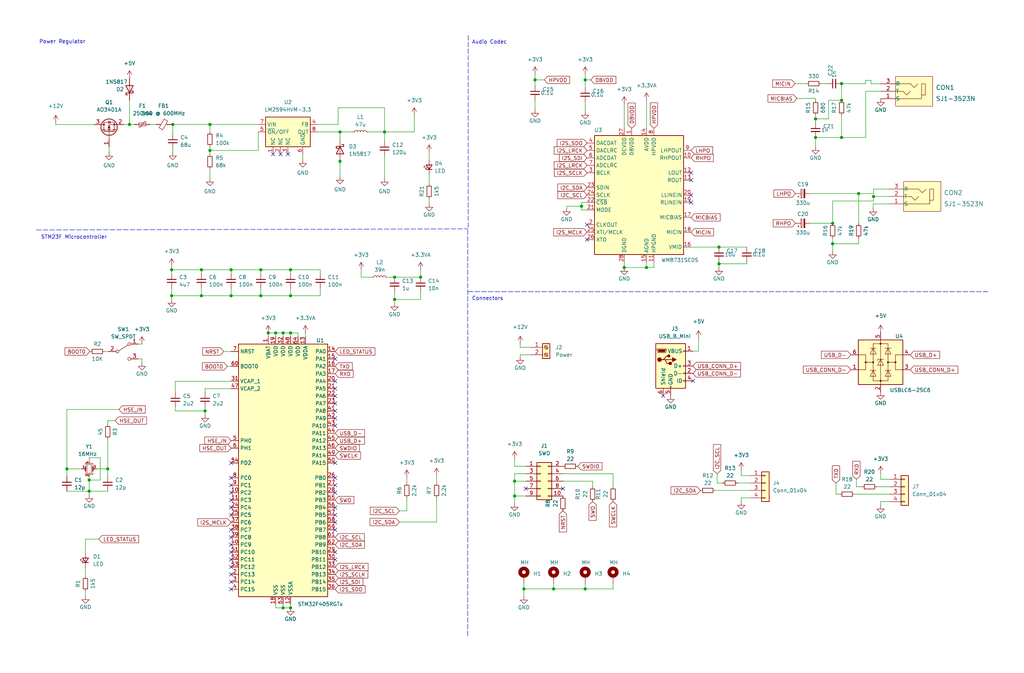
<source format=kicad_sch>
(kicad_sch (version 20210621) (generator eeschema)
  (paper "User" 350.012 229.997)
  (title_block (title "STM32 Audio Codec Board") (date "2021-07-30") (rev "1.0") (company "Netrona"))
  (junction (at 22.86 160.274) (diameter 0.9144))
  (junction (at 30.48 164.084) (diameter 0.9144))
  (junction (at 30.48 167.894) (diameter 0.9144))
  (junction (at 36.83 160.274) (diameter 0.9144))
  (junction (at 44.2722 42.545) (diameter 0.9144))
  (junction (at 58.674 92.202) (diameter 0.9144))
  (junction (at 58.674 101.092) (diameter 0.9144))
  (junction (at 59.055 42.545) (diameter 0.9144))
  (junction (at 68.834 92.202) (diameter 0.9144))
  (junction (at 68.834 101.092) (diameter 0.9144))
  (junction (at 70.104 140.462) (diameter 0.9144))
  (junction (at 71.755 42.545) (diameter 0.9144))
  (junction (at 71.755 51.435) (diameter 0.9144))
  (junction (at 78.994 92.202) (diameter 0.9144))
  (junction (at 78.994 101.092) (diameter 0.9144))
  (junction (at 89.154 92.202) (diameter 0.9144))
  (junction (at 89.154 101.092) (diameter 0.9144))
  (junction (at 91.694 113.792) (diameter 0.9144))
  (junction (at 94.234 113.792) (diameter 0.9144))
  (junction (at 96.774 113.792) (diameter 0.9144))
  (junction (at 96.774 207.772) (diameter 0.9144))
  (junction (at 99.314 92.202) (diameter 0.9144))
  (junction (at 99.314 101.092) (diameter 0.9144))
  (junction (at 99.314 113.792) (diameter 0.9144))
  (junction (at 99.314 207.772) (diameter 0.9144))
  (junction (at 116.205 45.085) (diameter 0.9144))
  (junction (at 116.205 55.1434) (diameter 0.9144))
  (junction (at 131.445 45.085) (diameter 0.9144))
  (junction (at 134.874 94.742) (diameter 0.9144))
  (junction (at 134.874 102.362) (diameter 0.9144))
  (junction (at 143.764 94.742) (diameter 0.9144))
  (junction (at 175.895 164.465) (diameter 0.9144))
  (junction (at 175.895 169.545) (diameter 0.9144))
  (junction (at 179.07 201.295) (diameter 0.9144))
  (junction (at 182.88 27.305) (diameter 0.9144))
  (junction (at 189.23 201.295) (diameter 0.9144))
  (junction (at 198.755 70.485) (diameter 0.9144))
  (junction (at 200.025 27.305) (diameter 0.9144))
  (junction (at 200.025 201.295) (diameter 0.9144))
  (junction (at 213.36 91.44) (diameter 0.9144))
  (junction (at 220.98 91.44) (diameter 0.9144))
  (junction (at 245.745 84.455) (diameter 0.9144))
  (junction (at 245.745 90.17) (diameter 0.9144))
  (junction (at 278.765 40.64) (diameter 0.9144))
  (junction (at 278.765 46.99) (diameter 0.9144))
  (junction (at 284.607 76.327) (diameter 0.9144))
  (junction (at 284.607 83.312) (diameter 0.9144))
  (junction (at 287.655 28.575) (diameter 0.9144))
  (junction (at 287.655 34.29) (diameter 0.9144))
  (junction (at 287.655 46.99) (diameter 0.9144))
  (junction (at 293.497 66.167) (diameter 0.9144))
  (junction (at 298.577 67.1576) (diameter 0.9144))
  (no_connect (at 78.994 158.242))
  (no_connect (at 78.994 163.322))
  (no_connect (at 78.994 165.862))
  (no_connect (at 78.994 168.402))
  (no_connect (at 78.994 170.942))
  (no_connect (at 78.994 173.482))
  (no_connect (at 78.994 176.022))
  (no_connect (at 78.994 181.102))
  (no_connect (at 78.994 183.642))
  (no_connect (at 78.994 186.182))
  (no_connect (at 78.994 188.722))
  (no_connect (at 78.994 191.262))
  (no_connect (at 78.994 193.802))
  (no_connect (at 78.994 196.342))
  (no_connect (at 78.994 198.882))
  (no_connect (at 78.994 201.422))
  (no_connect (at 93.345 52.705))
  (no_connect (at 95.885 52.705))
  (no_connect (at 98.425 52.705))
  (no_connect (at 114.554 122.682))
  (no_connect (at 114.554 130.302))
  (no_connect (at 114.554 132.842))
  (no_connect (at 114.554 135.382))
  (no_connect (at 114.554 137.922))
  (no_connect (at 114.554 140.462))
  (no_connect (at 114.554 143.002))
  (no_connect (at 114.554 145.542))
  (no_connect (at 114.554 158.242))
  (no_connect (at 114.554 163.322))
  (no_connect (at 114.554 165.862))
  (no_connect (at 114.554 168.402))
  (no_connect (at 114.554 173.482))
  (no_connect (at 114.554 176.022))
  (no_connect (at 114.554 178.562))
  (no_connect (at 114.554 181.102))
  (no_connect (at 114.554 188.722))
  (no_connect (at 114.554 191.262))
  (no_connect (at 179.705 167.005))
  (no_connect (at 192.405 167.005))
  (no_connect (at 200.66 76.835))
  (no_connect (at 200.66 81.915))
  (no_connect (at 226.695 135.255))
  (no_connect (at 236.22 59.055))
  (no_connect (at 236.22 61.595))
  (no_connect (at 236.22 66.675))
  (no_connect (at 236.22 69.215))
  (no_connect (at 236.855 130.175))
  (wire (pts (xy 19.05 41.9354) (xy 19.05 42.5704)))
  (wire (pts (xy 19.05 42.5704) (xy 32.2072 42.5704)))
  (wire (pts (xy 22.86 139.954) (xy 22.86 160.274)))
  (wire (pts (xy 22.86 160.274) (xy 27.94 160.274)))
  (wire (pts (xy 22.86 162.814) (xy 22.86 160.274)))
  (wire (pts (xy 22.86 167.894) (xy 30.48 167.894)))
  (wire (pts (xy 29.21 184.277) (xy 33.782 184.277)))
  (wire (pts (xy 29.21 188.976) (xy 29.21 184.277)))
  (wire (pts (xy 29.21 194.056) (xy 29.21 196.977)))
  (wire (pts (xy 29.21 202.057) (xy 29.21 203.708)))
  (wire (pts (xy 30.48 156.464) (xy 34.29 156.464)))
  (wire (pts (xy 30.48 157.734) (xy 30.48 156.464)))
  (wire (pts (xy 30.48 162.814) (xy 30.48 164.084)))
  (wire (pts (xy 30.48 164.084) (xy 30.48 167.894)))
  (wire (pts (xy 30.48 164.084) (xy 34.29 164.084)))
  (wire (pts (xy 30.48 167.894) (xy 30.48 169.164)))
  (wire (pts (xy 30.48 167.894) (xy 36.83 167.894)))
  (wire (pts (xy 34.29 156.464) (xy 34.29 164.084)))
  (wire (pts (xy 35.814 120.142) (xy 37.084 120.142)))
  (wire (pts (xy 36.83 143.764) (xy 36.83 145.034)))
  (wire (pts (xy 36.83 150.114) (xy 36.83 160.274)))
  (wire (pts (xy 36.83 160.274) (xy 33.02 160.274)))
  (wire (pts (xy 36.83 162.814) (xy 36.83 160.274)))
  (wire (pts (xy 37.2872 50.1904) (xy 37.2872 52.0954)))
  (wire (pts (xy 39.37 143.764) (xy 36.83 143.764)))
  (wire (pts (xy 40.64 139.954) (xy 22.86 139.954)))
  (wire (pts (xy 42.3672 42.5704) (xy 44.2722 42.5704)))
  (wire (pts (xy 44.2722 34.3154) (xy 44.2722 42.545)))
  (wire (pts (xy 44.2722 42.545) (xy 44.2722 42.5704)))
  (wire (pts (xy 44.2722 42.545) (xy 46.1264 42.545)))
  (wire (pts (xy 47.244 117.602) (xy 48.514 117.602)))
  (wire (pts (xy 47.244 122.682) (xy 48.514 122.682)))
  (wire (pts (xy 48.514 122.682) (xy 48.514 123.952)))
  (wire (pts (xy 51.2064 42.545) (xy 53.34 42.545)))
  (wire (pts (xy 58.42 42.545) (xy 59.055 42.545)))
  (wire (pts (xy 58.674 90.932) (xy 58.674 92.202)))
  (wire (pts (xy 58.674 92.202) (xy 58.674 93.472)))
  (wire (pts (xy 58.674 98.552) (xy 58.674 101.092)))
  (wire (pts (xy 58.674 101.092) (xy 58.674 102.362)))
  (wire (pts (xy 59.055 42.545) (xy 59.055 45.72)))
  (wire (pts (xy 59.055 42.545) (xy 71.755 42.545)))
  (wire (pts (xy 59.055 50.8) (xy 59.055 52.07)))
  (wire (pts (xy 59.944 130.302) (xy 78.994 130.302)))
  (wire (pts (xy 59.944 134.112) (xy 59.944 130.302)))
  (wire (pts (xy 59.944 139.192) (xy 59.944 140.462)))
  (wire (pts (xy 59.944 140.462) (xy 70.104 140.462)))
  (wire (pts (xy 68.834 92.202) (xy 58.674 92.202)))
  (wire (pts (xy 68.834 93.472) (xy 68.834 92.202)))
  (wire (pts (xy 68.834 98.552) (xy 68.834 101.092)))
  (wire (pts (xy 68.834 101.092) (xy 58.674 101.092)))
  (wire (pts (xy 70.104 132.842) (xy 78.994 132.842)))
  (wire (pts (xy 70.104 134.112) (xy 70.104 132.842)))
  (wire (pts (xy 70.104 139.192) (xy 70.104 140.462)))
  (wire (pts (xy 70.104 140.462) (xy 70.104 141.732)))
  (wire (pts (xy 71.755 42.545) (xy 88.265 42.545)))
  (wire (pts (xy 71.755 45.085) (xy 71.755 42.545)))
  (wire (pts (xy 71.755 50.165) (xy 71.755 51.435)))
  (wire (pts (xy 71.755 51.435) (xy 71.755 52.705)))
  (wire (pts (xy 71.755 57.785) (xy 71.755 60.96)))
  (wire (pts (xy 76.454 120.142) (xy 78.994 120.142)))
  (wire (pts (xy 77.724 125.222) (xy 78.994 125.222)))
  (wire (pts (xy 78.994 92.202) (xy 68.834 92.202)))
  (wire (pts (xy 78.994 93.472) (xy 78.994 92.202)))
  (wire (pts (xy 78.994 98.552) (xy 78.994 101.092)))
  (wire (pts (xy 78.994 101.092) (xy 68.834 101.092)))
  (wire (pts (xy 88.265 45.085) (xy 88.265 51.435)))
  (wire (pts (xy 88.265 51.435) (xy 71.755 51.435)))
  (wire (pts (xy 89.154 92.202) (xy 78.994 92.202)))
  (wire (pts (xy 89.154 93.472) (xy 89.154 92.202)))
  (wire (pts (xy 89.154 98.552) (xy 89.154 101.092)))
  (wire (pts (xy 89.154 101.092) (xy 78.994 101.092)))
  (wire (pts (xy 91.694 113.792) (xy 91.694 115.062)))
  (wire (pts (xy 94.234 113.792) (xy 91.694 113.792)))
  (wire (pts (xy 94.234 115.062) (xy 94.234 113.792)))
  (wire (pts (xy 94.234 206.502) (xy 94.234 207.772)))
  (wire (pts (xy 94.234 207.772) (xy 96.774 207.772)))
  (wire (pts (xy 96.774 113.792) (xy 94.234 113.792)))
  (wire (pts (xy 96.774 115.062) (xy 96.774 113.792)))
  (wire (pts (xy 96.774 206.502) (xy 96.774 207.772)))
  (wire (pts (xy 96.774 207.772) (xy 99.314 207.772)))
  (wire (pts (xy 99.314 92.202) (xy 89.154 92.202)))
  (wire (pts (xy 99.314 93.472) (xy 99.314 92.202)))
  (wire (pts (xy 99.314 98.552) (xy 99.314 101.092)))
  (wire (pts (xy 99.314 101.092) (xy 89.154 101.092)))
  (wire (pts (xy 99.314 113.792) (xy 96.774 113.792)))
  (wire (pts (xy 99.314 115.062) (xy 99.314 113.792)))
  (wire (pts (xy 99.314 206.502) (xy 99.314 207.772)))
  (wire (pts (xy 101.854 113.792) (xy 99.314 113.792)))
  (wire (pts (xy 101.854 115.062) (xy 101.854 113.792)))
  (wire (pts (xy 103.505 52.705) (xy 103.505 54.61)))
  (wire (pts (xy 104.394 113.792) (xy 104.394 115.062)))
  (wire (pts (xy 108.585 42.545) (xy 115.57 42.545)))
  (wire (pts (xy 108.585 45.085) (xy 116.205 45.085)))
  (wire (pts (xy 109.474 92.202) (xy 99.314 92.202)))
  (wire (pts (xy 109.474 93.472) (xy 109.474 92.202)))
  (wire (pts (xy 109.474 98.552) (xy 109.474 101.092)))
  (wire (pts (xy 109.474 101.092) (xy 99.314 101.092)))
  (wire (pts (xy 115.57 36.83) (xy 131.445 36.83)))
  (wire (pts (xy 115.57 42.545) (xy 115.57 36.83)))
  (wire (pts (xy 116.205 45.085) (xy 116.205 47.5234)))
  (wire (pts (xy 116.205 45.085) (xy 120.65 45.085)))
  (wire (pts (xy 116.205 55.118) (xy 116.205 55.1434)))
  (wire (pts (xy 116.205 55.1434) (xy 116.205 60.325)))
  (wire (pts (xy 123.444 94.742) (xy 123.444 92.202)))
  (wire (pts (xy 125.73 45.085) (xy 131.445 45.085)))
  (wire (pts (xy 127.254 94.742) (xy 123.444 94.742)))
  (wire (pts (xy 131.445 36.83) (xy 131.445 45.085)))
  (wire (pts (xy 131.445 45.085) (xy 131.445 48.26)))
  (wire (pts (xy 131.445 53.34) (xy 131.445 60.96)))
  (wire (pts (xy 132.334 94.742) (xy 134.874 94.742)))
  (wire (pts (xy 134.874 94.742) (xy 143.764 94.742)))
  (wire (pts (xy 134.874 99.822) (xy 134.874 102.362)))
  (wire (pts (xy 134.874 102.362) (xy 134.874 103.632)))
  (wire (pts (xy 139.065 163.195) (xy 139.065 165.1)))
  (wire (pts (xy 139.065 170.18) (xy 139.065 174.625)))
  (wire (pts (xy 139.065 174.625) (xy 136.525 174.625)))
  (wire (pts (xy 141.605 39.37) (xy 141.605 45.085)))
  (wire (pts (xy 141.605 45.085) (xy 131.445 45.085)))
  (wire (pts (xy 143.764 92.202) (xy 143.764 94.742)))
  (wire (pts (xy 143.764 99.822) (xy 143.764 102.362)))
  (wire (pts (xy 143.764 102.362) (xy 134.874 102.362)))
  (wire (pts (xy 146.685 52.07) (xy 146.685 54.61)))
  (wire (pts (xy 146.685 59.69) (xy 146.685 62.865)))
  (wire (pts (xy 146.685 67.945) (xy 146.685 69.596)))
  (wire (pts (xy 149.225 162.56) (xy 149.225 165.1)))
  (wire (pts (xy 149.225 170.18) (xy 149.225 178.435)))
  (wire (pts (xy 149.225 178.435) (xy 136.525 178.435)))
  (wire (pts (xy 175.895 156.845) (xy 175.895 159.385)))
  (wire (pts (xy 175.895 159.385) (xy 179.705 159.385)))
  (wire (pts (xy 175.895 161.925) (xy 175.895 164.465)))
  (wire (pts (xy 175.895 164.465) (xy 175.895 169.545)))
  (wire (pts (xy 175.895 164.465) (xy 179.705 164.465)))
  (wire (pts (xy 175.895 169.545) (xy 175.895 172.085)))
  (wire (pts (xy 175.895 169.545) (xy 179.705 169.545)))
  (wire (pts (xy 177.8 117.475) (xy 177.8 118.745)))
  (wire (pts (xy 177.8 118.745) (xy 181.61 118.745)))
  (wire (pts (xy 177.8 121.285) (xy 177.8 121.92)))
  (wire (pts (xy 179.07 199.39) (xy 179.07 201.295)))
  (wire (pts (xy 179.07 201.295) (xy 179.07 203.835)))
  (wire (pts (xy 179.705 161.925) (xy 175.895 161.925)))
  (wire (pts (xy 181.61 121.285) (xy 177.8 121.285)))
  (wire (pts (xy 182.88 25.4) (xy 182.88 27.305)))
  (wire (pts (xy 182.88 27.305) (xy 182.88 29.21)))
  (wire (pts (xy 182.88 27.305) (xy 186.055 27.305)))
  (wire (pts (xy 182.88 34.29) (xy 182.88 37.465)))
  (wire (pts (xy 189.23 199.39) (xy 189.23 201.295)))
  (wire (pts (xy 189.23 201.295) (xy 179.07 201.295)))
  (wire (pts (xy 192.405 161.925) (xy 209.55 161.925)))
  (wire (pts (xy 192.405 164.465) (xy 202.565 164.465)))
  (wire (pts (xy 193.675 70.485) (xy 198.755 70.485)))
  (wire (pts (xy 193.675 71.12) (xy 193.675 70.485)))
  (wire (pts (xy 198.755 69.215) (xy 198.755 70.485)))
  (wire (pts (xy 198.755 70.485) (xy 198.755 71.755)))
  (wire (pts (xy 198.755 71.755) (xy 200.66 71.755)))
  (wire (pts (xy 200.025 25.4) (xy 200.025 27.305)))
  (wire (pts (xy 200.025 27.305) (xy 200.025 29.845)))
  (wire (pts (xy 200.025 27.305) (xy 201.93 27.305)))
  (wire (pts (xy 200.025 34.925) (xy 200.025 38.1)))
  (wire (pts (xy 200.025 199.39) (xy 200.025 201.295)))
  (wire (pts (xy 200.025 201.295) (xy 189.23 201.295)))
  (wire (pts (xy 200.66 69.215) (xy 198.755 69.215)))
  (wire (pts (xy 202.565 164.465) (xy 202.565 166.37)))
  (wire (pts (xy 209.55 161.925) (xy 209.55 166.37)))
  (wire (pts (xy 209.55 199.39) (xy 209.55 201.295)))
  (wire (pts (xy 209.55 201.295) (xy 200.025 201.295)))
  (wire (pts (xy 213.36 35.56) (xy 213.36 43.815)))
  (wire (pts (xy 213.36 89.535) (xy 213.36 91.44)))
  (wire (pts (xy 213.36 91.44) (xy 220.98 91.44)))
  (wire (pts (xy 220.98 34.29) (xy 220.98 43.815)))
  (wire (pts (xy 220.98 89.535) (xy 220.98 91.44)))
  (wire (pts (xy 223.52 89.535) (xy 223.52 91.44)))
  (wire (pts (xy 223.52 91.44) (xy 220.98 91.44)))
  (wire (pts (xy 236.22 84.455) (xy 245.745 84.455)))
  (wire (pts (xy 238.76 115.57) (xy 238.76 120.015)))
  (wire (pts (xy 238.76 120.015) (xy 236.855 120.015)))
  (wire (pts (xy 244.475 167.64) (xy 256.54 167.64)))
  (wire (pts (xy 245.11 161.925) (xy 245.11 165.1)))
  (wire (pts (xy 245.11 165.1) (xy 247.015 165.1)))
  (wire (pts (xy 245.745 84.455) (xy 255.27 84.455)))
  (wire (pts (xy 245.745 89.535) (xy 245.745 90.17)))
  (wire (pts (xy 245.745 90.17) (xy 245.745 91.44)))
  (wire (pts (xy 252.095 165.1) (xy 256.54 165.1)))
  (wire (pts (xy 253.365 160.655) (xy 253.365 162.56)))
  (wire (pts (xy 253.365 162.56) (xy 256.54 162.56)))
  (wire (pts (xy 253.365 170.18) (xy 253.365 171.45)))
  (wire (pts (xy 255.27 89.535) (xy 255.27 90.17)))
  (wire (pts (xy 255.27 90.17) (xy 245.745 90.17)))
  (wire (pts (xy 256.54 170.18) (xy 253.365 170.18)))
  (wire (pts (xy 271.78 28.575) (xy 275.59 28.575)))
  (wire (pts (xy 276.987 66.167) (xy 293.497 66.167)))
  (wire (pts (xy 278.765 33.655) (xy 272.415 33.655)))
  (wire (pts (xy 278.765 34.29) (xy 278.765 33.655)))
  (wire (pts (xy 278.765 39.37) (xy 278.765 40.64)))
  (wire (pts (xy 278.765 40.64) (xy 278.765 41.91)))
  (wire (pts (xy 278.765 46.99) (xy 278.765 50.165)))
  (wire (pts (xy 278.765 46.99) (xy 287.655 46.99)))
  (wire (pts (xy 280.67 28.575) (xy 282.575 28.575)))
  (wire (pts (xy 283.21 34.29) (xy 283.21 40.64)))
  (wire (pts (xy 283.21 40.64) (xy 278.765 40.64)))
  (wire (pts (xy 284.607 68.707) (xy 284.607 76.327)))
  (wire (pts (xy 284.607 68.707) (xy 298.577 68.707)))
  (wire (pts (xy 284.607 76.327) (xy 276.987 76.327)))
  (wire (pts (xy 284.607 81.407) (xy 284.607 83.312)))
  (wire (pts (xy 284.607 83.312) (xy 284.607 85.852)))
  (wire (pts (xy 285.75 165.1) (xy 285.75 168.91)))
  (wire (pts (xy 285.75 168.91) (xy 287.02 168.91)))
  (wire (pts (xy 287.655 28.575) (xy 287.655 34.29)))
  (wire (pts (xy 287.655 28.575) (xy 295.91 28.575)))
  (wire (pts (xy 287.655 34.29) (xy 283.21 34.29)))
  (wire (pts (xy 287.655 39.37) (xy 287.655 46.99)))
  (wire (pts (xy 292.1 168.91) (xy 304.165 168.91)))
  (wire (pts (xy 292.735 163.83) (xy 292.735 166.37)))
  (wire (pts (xy 292.735 166.37) (xy 294.64 166.37)))
  (wire (pts (xy 293.497 66.167) (xy 293.497 76.327)))
  (wire (pts (xy 293.497 81.407) (xy 293.497 83.312)))
  (wire (pts (xy 293.497 83.312) (xy 284.607 83.312)))
  (wire (pts (xy 295.91 27.4828) (xy 295.91 28.575)))
  (wire (pts (xy 295.91 27.4828) (xy 297.7388 27.4828)))
  (wire (pts (xy 295.91 31.1912) (xy 301.0408 31.1912)))
  (wire (pts (xy 295.91 46.99) (xy 287.655 46.99)))
  (wire (pts (xy 295.91 46.99) (xy 295.91 31.1912)))
  (wire (pts (xy 297.7388 27.4828) (xy 297.7388 28.6512)))
  (wire (pts (xy 297.7388 28.6512) (xy 301.0408 28.6512)))
  (wire (pts (xy 298.45 69.6976) (xy 298.45 71.1708)))
  (wire (pts (xy 298.5516 67.1576) (xy 298.577 67.1576)))
  (wire (pts (xy 298.577 67.1576) (xy 298.577 68.707)))
  (wire (pts (xy 298.577 67.1576) (xy 303.8348 67.1576)))
  (wire (pts (xy 298.6024 64.6176) (xy 298.6024 66.167)))
  (wire (pts (xy 298.6024 66.167) (xy 293.497 66.167)))
  (wire (pts (xy 299.72 166.37) (xy 304.165 166.37)))
  (wire (pts (xy 300.99 161.925) (xy 300.99 163.83)))
  (wire (pts (xy 300.99 163.83) (xy 304.165 163.83)))
  (wire (pts (xy 300.99 171.45) (xy 300.99 172.72)))
  (wire (pts (xy 303.8348 64.6176) (xy 298.6024 64.6176)))
  (wire (pts (xy 303.8348 69.6976) (xy 298.45 69.6976)))
  (wire (pts (xy 304.165 171.45) (xy 300.99 171.45)))
  (polyline (pts (xy 12.446 78.613) (xy 159.893 78.232)) (stroke (width 0) (type dash)))
  (polyline (pts (xy 159.893 78.486) (xy 159.893 217.805)) (stroke (width 0) (type dash)))
  (polyline (pts (xy 160.02 12.065) (xy 160.02 78.105)) (stroke (width 0) (type dash)))
  (polyline (pts (xy 160.02 99.695) (xy 337.82 99.695)) (stroke (width 0) (type dash)))
  (text "Power Regulator\n\n" (at 13.335 17.145 0) (effects (font (size 1.27 1.27)) (justify left bottom)))
  (text "STM23F Microcontroller\n" (at 13.97 81.915 0) (effects (font (size 1.27 1.27)) (justify left bottom)))
  (text "Audio Codec" (at 161.29 15.24 0) (effects (font (size 1.27 1.27)) (justify left bottom)))
  (text "Connectors" (at 161.29 102.87 0) (effects (font (size 1.27 1.27)) (justify left bottom)))
  (global_label "BOOT0" (shape input) (at 30.734 120.142 180) (property "Intersheet References" "${INTERSHEET_REFS}" (effects hide)))
  (global_label "LED_STATUS" (shape input) (at 33.782 184.277 0) (property "Intersheet References" "${INTERSHEET_REFS}" (effects hide)))
  (global_label "HSE_OUT" (shape input) (at 39.37 143.764 0) (property "Intersheet References" "${INTERSHEET_REFS}" (effects hide)))
  (global_label "HSE_IN" (shape input) (at 40.64 139.954 0) (property "Intersheet References" "${INTERSHEET_REFS}" (effects hide)))
  (global_label "NRST" (shape input) (at 76.454 120.142 180) (property "Intersheet References" "${INTERSHEET_REFS}" (effects hide)))
  (global_label "BOOT0" (shape input) (at 77.724 125.222 180) (property "Intersheet References" "${INTERSHEET_REFS}" (effects hide)))
  (global_label "HSE_IN" (shape input) (at 78.994 150.622 180) (property "Intersheet References" "${INTERSHEET_REFS}" (effects hide)))
  (global_label "HSE_OUT" (shape input) (at 78.994 153.162 180) (property "Intersheet References" "${INTERSHEET_REFS}" (effects hide)))
  (global_label "I2S_MCLK" (shape input) (at 78.994 178.562 180) (property "Intersheet References" "${INTERSHEET_REFS}" (effects hide)))
  (global_label "LED_STATUS" (shape input) (at 114.554 120.142 0) (property "Intersheet References" "${INTERSHEET_REFS}" (effects hide)))
  (global_label "TXD" (shape input) (at 114.554 125.222 0) (property "Intersheet References" "${INTERSHEET_REFS}" (effects hide)))
  (global_label "RXD" (shape input) (at 114.554 127.762 0) (property "Intersheet References" "${INTERSHEET_REFS}" (effects hide)))
  (global_label "USB_D-" (shape input) (at 114.554 148.082 0) (property "Intersheet References" "${INTERSHEET_REFS}" (effects hide)))
  (global_label "USB_D+" (shape input) (at 114.554 150.622 0) (property "Intersheet References" "${INTERSHEET_REFS}" (effects hide)))
  (global_label "SWDIO" (shape input) (at 114.554 153.162 0) (property "Intersheet References" "${INTERSHEET_REFS}" (effects hide)))
  (global_label "SWCLK" (shape input) (at 114.554 155.702 0) (property "Intersheet References" "${INTERSHEET_REFS}" (effects hide)))
  (global_label "SWO" (shape input) (at 114.554 170.942 0) (property "Intersheet References" "${INTERSHEET_REFS}" (effects hide)))
  (global_label "I2C_SCL" (shape input) (at 114.554 183.642 0) (property "Intersheet References" "${INTERSHEET_REFS}" (effects hide)))
  (global_label "I2C_SDA" (shape input) (at 114.554 186.182 0) (property "Intersheet References" "${INTERSHEET_REFS}" (effects hide)))
  (global_label "I2S_LRCK" (shape input) (at 114.554 193.802 0) (property "Intersheet References" "${INTERSHEET_REFS}" (effects hide)))
  (global_label "I2S_SCLK" (shape input) (at 114.554 196.342 0) (property "Intersheet References" "${INTERSHEET_REFS}" (effects hide)))
  (global_label "I2S_SDI" (shape input) (at 114.554 198.882 0) (property "Intersheet References" "${INTERSHEET_REFS}" (effects hide)))
  (global_label "I2S_SDO" (shape input) (at 114.554 201.422 0) (property "Intersheet References" "${INTERSHEET_REFS}" (effects hide)))
  (global_label "I2C_SCL" (shape input) (at 136.525 174.625 180) (property "Intersheet References" "${INTERSHEET_REFS}" (effects hide)))
  (global_label "I2C_SDA" (shape input) (at 136.525 178.435 180) (property "Intersheet References" "${INTERSHEET_REFS}" (effects hide)))
  (global_label "HPVDD" (shape input) (at 186.055 27.305 0) (property "Intersheet References" "${INTERSHEET_REFS}" (effects hide)))
  (global_label "NRST" (shape input) (at 192.405 174.625 270) (property "Intersheet References" "${INTERSHEET_REFS}" (effects hide)))
  (global_label "SWDIO" (shape input) (at 197.485 159.385 0) (property "Intersheet References" "${INTERSHEET_REFS}" (effects hide)))
  (global_label "I2S_SDO" (shape input) (at 200.66 48.895 180) (property "Intersheet References" "${INTERSHEET_REFS}" (effects hide)))
  (global_label "I2S_LRCK" (shape input) (at 200.66 51.435 180) (property "Intersheet References" "${INTERSHEET_REFS}" (effects hide)))
  (global_label "I2S_SDI" (shape input) (at 200.66 53.975 180) (property "Intersheet References" "${INTERSHEET_REFS}" (effects hide)))
  (global_label "I2S_LRCK" (shape input) (at 200.66 56.515 180) (property "Intersheet References" "${INTERSHEET_REFS}" (effects hide)))
  (global_label "I2S_SCLK" (shape input) (at 200.66 59.055 180) (property "Intersheet References" "${INTERSHEET_REFS}" (effects hide)))
  (global_label "I2C_SDA" (shape input) (at 200.66 64.135 180) (property "Intersheet References" "${INTERSHEET_REFS}" (effects hide)))
  (global_label "I2C_SCL" (shape input) (at 200.66 66.675 180) (property "Intersheet References" "${INTERSHEET_REFS}" (effects hide)))
  (global_label "I2S_MCLK" (shape input) (at 200.66 79.375 180) (property "Intersheet References" "${INTERSHEET_REFS}" (effects hide)))
  (global_label "DBVDD" (shape input) (at 201.93 27.305 0) (property "Intersheet References" "${INTERSHEET_REFS}" (effects hide)))
  (global_label "SWO" (shape input) (at 202.565 171.45 270) (property "Intersheet References" "${INTERSHEET_REFS}" (effects hide)))
  (global_label "SWCLK" (shape input) (at 209.55 171.45 270) (property "Intersheet References" "${INTERSHEET_REFS}" (effects hide)))
  (global_label "DBVDD" (shape input) (at 215.9 43.815 90) (property "Intersheet References" "${INTERSHEET_REFS}" (effects hide)))
  (global_label "HPVDD" (shape input) (at 223.52 43.815 90) (property "Intersheet References" "${INTERSHEET_REFS}" (effects hide)))
  (global_label "LHPO" (shape input) (at 236.22 51.435 0) (property "Intersheet References" "${INTERSHEET_REFS}" (effects hide)))
  (global_label "RHPO" (shape input) (at 236.22 53.975 0) (property "Intersheet References" "${INTERSHEET_REFS}" (effects hide)))
  (global_label "MICBIAS" (shape input) (at 236.22 74.295 0) (property "Intersheet References" "${INTERSHEET_REFS}" (effects hide)))
  (global_label "MICIN" (shape input) (at 236.22 79.375 0) (property "Intersheet References" "${INTERSHEET_REFS}" (effects hide)))
  (global_label "USB_CONN_D+" (shape input) (at 236.855 125.095 0) (property "Intersheet References" "${INTERSHEET_REFS}" (effects hide)))
  (global_label "USB_CONN_D-" (shape input) (at 236.855 127.635 0) (property "Intersheet References" "${INTERSHEET_REFS}" (effects hide)))
  (global_label "I2C_SDA" (shape input) (at 239.395 167.64 180) (property "Intersheet References" "${INTERSHEET_REFS}" (effects hide)))
  (global_label "I2C_SCL" (shape input) (at 245.11 161.925 90) (property "Intersheet References" "${INTERSHEET_REFS}" (effects hide)))
  (global_label "MICIN" (shape input) (at 271.78 28.575 180) (property "Intersheet References" "${INTERSHEET_REFS}" (effects hide)))
  (global_label "LHPO" (shape input) (at 271.907 66.167 180) (property "Intersheet References" "${INTERSHEET_REFS}" (effects hide)))
  (global_label "RHPO" (shape input) (at 271.907 76.327 180) (property "Intersheet References" "${INTERSHEET_REFS}" (effects hide)))
  (global_label "MICBIAS" (shape input) (at 272.415 33.655 180) (property "Intersheet References" "${INTERSHEET_REFS}" (effects hide)))
  (global_label "TXD" (shape input) (at 285.75 165.1 90) (property "Intersheet References" "${INTERSHEET_REFS}" (effects hide)))
  (global_label "USB_D-" (shape input) (at 290.83 121.285 180) (property "Intersheet References" "${INTERSHEET_REFS}" (effects hide)))
  (global_label "USB_CONN_D-" (shape input) (at 290.83 126.365 180) (property "Intersheet References" "${INTERSHEET_REFS}" (effects hide)))
  (global_label "RXD" (shape input) (at 292.735 163.83 90) (property "Intersheet References" "${INTERSHEET_REFS}" (effects hide)))
  (global_label "USB_D+" (shape input) (at 311.15 121.285 0) (property "Intersheet References" "${INTERSHEET_REFS}" (effects hide)))
  (global_label "USB_CONN_D+" (shape input) (at 311.15 126.365 0) (property "Intersheet References" "${INTERSHEET_REFS}" (effects hide)))
  (symbol (lib_id "power:+12V") (at 19.05 41.9354 0) (unit 1)
    (property "Reference" "#PWR0115" (effects hide))
    (property "Value" "+12V" (at 19.05 36.2204 0))
  )
  (symbol (lib_id "power:+5V") (at 44.2722 26.6954 0) (unit 1)
    (property "Reference" "#PWR0118" (effects hide))
    (property "Value" "+5V" (at 44.2722 21.6154 0))
  )
  (symbol (lib_id "power:+3.3V") (at 48.514 117.602 0) (unit 1)
    (property "Reference" "#PWR0113" (effects hide))
    (property "Value" "+3.3V" (at 48.514 112.522 0))
  )
  (symbol (lib_id "power:+3.3V") (at 58.674 90.932 0) (unit 1)
    (property "Reference" "#PWR0114" (effects hide))
    (property "Value" "+3.3V" (at 58.674 85.852 0))
  )
  (symbol (lib_id "power:+3.3V") (at 91.694 113.792 0) (unit 1)
    (property "Reference" "#PWR0106" (effects hide))
    (property "Value" "+3.3V" (at 91.694 108.712 0))
  )
  (symbol (lib_id "power:+3.3VA") (at 104.394 113.792 0) (unit 1)
    (property "Reference" "#PWR0108" (effects hide))
    (property "Value" "+3.3VA" (at 104.394 108.712 0))
  )
  (symbol (lib_id "power:+3.3V") (at 123.444 92.202 0) (unit 1)
    (property "Reference" "#PWR0124" (effects hide))
    (property "Value" "+3.3V" (at 123.444 87.122 0))
  )
  (symbol (lib_id "power:+3.3V") (at 139.065 163.195 0) (unit 1)
    (property "Reference" "#PWR0110" (effects hide))
    (property "Value" "+3.3V" (at 139.065 158.115 0))
  )
  (symbol (lib_id "power:+3.3V") (at 141.605 39.37 0) (unit 1)
    (property "Reference" "#PWR0123" (effects hide))
    (property "Value" "+3.3V" (at 141.605 34.29 0))
  )
  (symbol (lib_id "power:+3.3VA") (at 143.764 92.202 0) (unit 1)
    (property "Reference" "#PWR0105" (effects hide))
    (property "Value" "+3.3VA" (at 143.764 87.122 0))
  )
  (symbol (lib_id "power:+3.3V") (at 146.685 52.07 0) (unit 1)
    (property "Reference" "#PWR01" (effects hide))
    (property "Value" "+3.3V" (at 146.685 46.99 0))
  )
  (symbol (lib_id "power:+3.3V") (at 149.225 162.56 0) (unit 1)
    (property "Reference" "#PWR0109" (effects hide))
    (property "Value" "+3.3V" (at 149.225 157.48 0))
  )
  (symbol (lib_id "power:+3.3V") (at 175.895 156.845 0) (unit 1)
    (property "Reference" "#PWR0143" (effects hide))
    (property "Value" "+3.3V" (at 175.895 151.765 0))
  )
  (symbol (lib_id "power:+12V") (at 177.8 117.475 0) (unit 1)
    (property "Reference" "#PWR0146" (effects hide))
    (property "Value" "+12V" (at 177.8 111.76 0))
  )
  (symbol (lib_id "power:+3.3V") (at 182.88 25.4 0) (unit 1)
    (property "Reference" "#PWR0132" (effects hide))
    (property "Value" "+3.3V" (at 182.88 20.32 0))
  )
  (symbol (lib_id "power:+3.3V") (at 200.025 25.4 0) (unit 1)
    (property "Reference" "#PWR0128" (effects hide))
    (property "Value" "+3.3V" (at 200.025 20.32 0))
  )
  (symbol (lib_id "power:+3.3V") (at 213.36 35.56 0) (unit 1)
    (property "Reference" "#PWR0131" (effects hide))
    (property "Value" "+3.3V" (at 213.36 30.48 0))
  )
  (symbol (lib_id "power:+3.3VA") (at 220.98 34.29 0) (unit 1)
    (property "Reference" "#PWR0130" (effects hide))
    (property "Value" "+3.3VA" (at 220.98 29.21 0))
  )
  (symbol (lib_id "power:+5V") (at 238.76 115.57 0) (unit 1)
    (property "Reference" "#PWR0142" (effects hide))
    (property "Value" "+5V" (at 238.76 109.855 0))
  )
  (symbol (lib_id "power:+3.3V") (at 253.365 160.655 0) (unit 1)
    (property "Reference" "#PWR0137" (effects hide))
    (property "Value" "+3.3V" (at 253.365 155.575 0))
  )
  (symbol (lib_id "power:+5V") (at 300.99 113.665 0) (unit 1)
    (property "Reference" "#PWR0141" (effects hide))
    (property "Value" "+5V" (at 300.99 107.95 0))
  )
  (symbol (lib_id "power:+3.3V") (at 300.99 161.925 0) (unit 1)
    (property "Reference" "#PWR0140" (effects hide))
    (property "Value" "+3.3V" (at 300.99 156.845 0))
  )
  (symbol (lib_id "Device:L_Small") (at 123.19 45.085 90) (unit 1)
    (property "Reference" "L1" (at 123.19 40.005 90))
    (property "Value" "47u" (at 123.19 42.545 90))
    (property "Footprint" "Inductor_SMD:L_Sunlord_MWSA0518_5.4x5.2mm" (effects hide))
  )
  (symbol (lib_id "Device:L_Small") (at 129.794 94.742 90) (unit 1)
    (property "Reference" "L2" (at 129.794 89.662 90))
    (property "Value" "39n" (at 129.794 92.202 90))
    (property "Footprint" "Inductor_SMD:L_0402_1005Metric" (effects hide))
  )
  (symbol (lib_id "power:GND") (at 29.21 203.708 0) (unit 1)
    (property "Reference" "#PWR0102" (effects hide))
    (property "Value" "GND" (at 29.21 207.518 0))
  )
  (symbol (lib_id "power:GND") (at 30.48 169.164 0) (unit 1)
    (property "Reference" "#PWR0103" (effects hide))
    (property "Value" "GND" (at 30.48 172.974 0))
  )
  (symbol (lib_id "power:GND") (at 37.2872 52.0954 0) (unit 1)
    (property "Reference" "#PWR0117" (effects hide))
    (property "Value" "GND" (at 37.2872 56.5404 0))
  )
  (symbol (lib_id "power:GND") (at 48.514 123.952 0) (unit 1)
    (property "Reference" "#PWR0111" (effects hide))
    (property "Value" "GND" (at 48.514 127.762 0))
  )
  (symbol (lib_id "power:GND") (at 58.674 102.362 0) (unit 1)
    (property "Reference" "#PWR0112" (effects hide))
    (property "Value" "GND" (at 58.674 106.172 0))
  )
  (symbol (lib_id "power:GND") (at 59.055 52.07 0) (unit 1)
    (property "Reference" "#PWR0116" (effects hide))
    (property "Value" "GND" (at 59.055 56.515 0))
  )
  (symbol (lib_id "power:GND") (at 70.104 141.732 0) (unit 1)
    (property "Reference" "#PWR0107" (effects hide))
    (property "Value" "GND" (at 70.104 145.542 0))
  )
  (symbol (lib_id "power:GND") (at 71.755 60.96 0) (unit 1)
    (property "Reference" "#PWR0120" (effects hide))
    (property "Value" "GND" (at 71.755 65.405 0))
  )
  (symbol (lib_id "power:GND") (at 99.314 207.772 0) (unit 1)
    (property "Reference" "#PWR0101" (effects hide))
    (property "Value" "GND" (at 99.314 211.582 0))
  )
  (symbol (lib_id "power:GND") (at 103.505 54.61 0) (unit 1)
    (property "Reference" "#PWR0119" (effects hide))
    (property "Value" "GND" (at 103.505 59.055 0))
  )
  (symbol (lib_id "power:GND") (at 116.205 60.325 0) (unit 1)
    (property "Reference" "#PWR0122" (effects hide))
    (property "Value" "GND" (at 116.205 64.77 0))
  )
  (symbol (lib_id "power:GND") (at 131.445 60.96 0) (unit 1)
    (property "Reference" "#PWR0121" (effects hide))
    (property "Value" "GND" (at 131.445 65.405 0))
  )
  (symbol (lib_id "power:GND") (at 134.874 103.632 0) (unit 1)
    (property "Reference" "#PWR0104" (effects hide))
    (property "Value" "GND" (at 134.874 107.442 0))
  )
  (symbol (lib_id "power:GND") (at 146.685 69.596 0) (unit 1)
    (property "Reference" "#PWR02" (effects hide))
    (property "Value" "GND" (at 146.685 73.406 0))
  )
  (symbol (lib_id "power:GND") (at 175.895 172.085 0) (unit 1)
    (property "Reference" "#PWR0147" (effects hide))
    (property "Value" "GND" (at 175.895 175.895 0))
  )
  (symbol (lib_id "power:GND") (at 177.8 121.92 0) (unit 1)
    (property "Reference" "#PWR0144" (effects hide))
    (property "Value" "GND" (at 177.8 125.73 0))
  )
  (symbol (lib_id "power:GND") (at 179.07 203.835 0) (unit 1)
    (property "Reference" "#PWR03" (effects hide))
    (property "Value" "GND" (at 179.07 207.645 0))
  )
  (symbol (lib_id "power:GND") (at 182.88 37.465 0) (unit 1)
    (property "Reference" "#PWR0133" (effects hide))
    (property "Value" "GND" (at 182.88 41.275 0))
  )
  (symbol (lib_id "power:GND") (at 193.675 71.12 0) (unit 1)
    (property "Reference" "#PWR0134" (effects hide))
    (property "Value" "GND" (at 193.675 74.93 0))
  )
  (symbol (lib_id "power:GND") (at 200.025 38.1 0) (unit 1)
    (property "Reference" "#PWR0129" (effects hide))
    (property "Value" "GND" (at 200.025 41.91 0))
  )
  (symbol (lib_id "power:GND") (at 213.36 91.44 0) (unit 1)
    (property "Reference" "#PWR0135" (effects hide))
    (property "Value" "GND" (at 213.36 95.25 0))
  )
  (symbol (lib_id "power:GND") (at 229.235 135.255 0) (unit 1)
    (property "Reference" "#PWR0145" (effects hide))
    (property "Value" "GND" (at 229.235 139.065 0))
  )
  (symbol (lib_id "power:GND") (at 245.745 91.44 0) (unit 1)
    (property "Reference" "#PWR0125" (effects hide))
    (property "Value" "GND" (at 245.745 95.25 0))
  )
  (symbol (lib_id "power:GND") (at 253.365 171.45 0) (unit 1)
    (property "Reference" "#PWR0139" (effects hide))
    (property "Value" "GND" (at 253.365 175.26 0))
  )
  (symbol (lib_id "power:GND") (at 278.765 50.165 0) (unit 1)
    (property "Reference" "#PWR0127" (effects hide))
    (property "Value" "GND" (at 278.765 53.975 0))
  )
  (symbol (lib_id "power:GND") (at 284.607 85.852 0) (unit 1)
    (property "Reference" "#PWR0126" (effects hide))
    (property "Value" "GND" (at 284.607 89.662 0))
  )
  (symbol (lib_id "power:GND") (at 298.45 71.1708 0) (unit 1)
    (property "Reference" "#PWR04" (effects hide))
    (property "Value" "GND" (at 298.45 74.9808 0))
  )
  (symbol (lib_id "power:GND") (at 300.99 133.985 0) (unit 1)
    (property "Reference" "#PWR0136" (effects hide))
    (property "Value" "GND" (at 300.99 137.795 0))
  )
  (symbol (lib_id "power:GND") (at 300.99 172.72 0) (unit 1)
    (property "Reference" "#PWR0138" (effects hide))
    (property "Value" "GND" (at 300.99 176.53 0))
  )
  (symbol (lib_id "power:GND") (at 301.0408 33.7312 0) (unit 1)
    (property "Reference" "#PWR05" (effects hide))
    (property "Value" "GND" (at 301.0408 37.5412 0))
  )
  (symbol (lib_id "Device:R_Small") (at 29.21 199.517 0) (unit 1)
    (property "Reference" "R1" (at 26.67 199.517 90))
    (property "Value" "1k5" (at 31.75 199.517 90))
    (property "Footprint" "Resistor_SMD:R_0603_1608Metric" (effects hide))
  )
  (symbol (lib_id "Device:R_Small") (at 33.274 120.142 270) (unit 1)
    (property "Reference" "R2" (at 33.274 117.602 90))
    (property "Value" "10K" (at 33.274 122.682 90))
    (property "Footprint" "Resistor_SMD:R_0603_1608Metric" (effects hide))
  )
  (symbol (lib_id "Device:R_Small") (at 36.83 147.574 180) (unit 1)
    (property "Reference" "R3" (at 39.37 147.574 90))
    (property "Value" "45" (at 34.29 147.574 90))
    (property "Footprint" "Resistor_SMD:R_0402_1005Metric" (effects hide))
  )
  (symbol (lib_id "Device:R_Small") (at 71.755 47.625 0) (unit 1)
    (property "Reference" "R4" (at 73.66 46.3549 0) (effects (justify left)))
    (property "Value" "100k" (at 73.66 48.8949 0) (effects (justify left)))
    (property "Footprint" "Resistor_SMD:R_0603_1608Metric" (effects hide))
  )
  (symbol (lib_id "Device:R_Small") (at 71.755 55.245 0) (unit 1)
    (property "Reference" "R5" (at 73.66 53.9749 0) (effects (justify left)))
    (property "Value" "68k" (at 73.66 56.5149 0) (effects (justify left)))
    (property "Footprint" "Resistor_SMD:R_0603_1608Metric" (effects hide))
  )
  (symbol (lib_id "Device:R_Small") (at 139.065 167.64 0) (unit 1)
    (property "Reference" "R6" (at 136.525 167.64 90))
    (property "Value" "2.2k" (at 141.605 167.64 90))
    (property "Footprint" "Resistor_SMD:R_0402_1005Metric" (effects hide))
  )
  (symbol (lib_id "Device:R_Small") (at 146.685 65.405 0) (unit 1)
    (property "Reference" "R21" (at 144.145 65.405 90))
    (property "Value" "1k5" (at 149.225 65.405 90))
    (property "Footprint" "Resistor_SMD:R_0603_1608Metric" (effects hide))
  )
  (symbol (lib_id "Device:R_Small") (at 149.225 167.64 0) (unit 1)
    (property "Reference" "R7" (at 146.685 167.64 90))
    (property "Value" "2.2k" (at 151.765 167.64 90))
    (property "Footprint" "Resistor_SMD:R_0402_1005Metric" (effects hide))
  )
  (symbol (lib_id "Device:R_Small") (at 192.405 172.085 180) (unit 1)
    (property "Reference" "R8" (at 187.325 172.085 90))
    (property "Value" "22" (at 189.865 172.085 90))
    (property "Footprint" "Resistor_SMD:R_0402_1005Metric" (effects hide))
  )
  (symbol (lib_id "Device:R_Small") (at 194.945 159.385 90) (unit 1)
    (property "Reference" "R9" (at 194.945 154.305 90))
    (property "Value" "22" (at 194.945 156.845 90))
    (property "Footprint" "Resistor_SMD:R_0402_1005Metric" (effects hide))
  )
  (symbol (lib_id "Device:R_Small") (at 202.565 168.91 180) (unit 1)
    (property "Reference" "R10" (at 197.485 168.91 90))
    (property "Value" "22" (at 200.025 168.91 90))
    (property "Footprint" "Resistor_SMD:R_0402_1005Metric" (effects hide))
  )
  (symbol (lib_id "Device:R_Small") (at 209.55 168.91 180) (unit 1)
    (property "Reference" "R11" (at 204.47 168.91 90))
    (property "Value" "22" (at 207.01 168.91 90))
    (property "Footprint" "Resistor_SMD:R_0402_1005Metric" (effects hide))
  )
  (symbol (lib_id "Device:R_Small") (at 241.935 167.64 90) (unit 1)
    (property "Reference" "R12" (at 241.935 162.56 90))
    (property "Value" "22" (at 241.935 165.1 90))
    (property "Footprint" "Resistor_SMD:R_0402_1005Metric" (effects hide))
  )
  (symbol (lib_id "Device:R_Small") (at 249.555 165.1 90) (unit 1)
    (property "Reference" "R13" (at 249.555 160.02 90))
    (property "Value" "22" (at 249.555 162.56 90))
    (property "Footprint" "Resistor_SMD:R_0402_1005Metric" (effects hide))
  )
  (symbol (lib_id "Device:R_Small") (at 278.13 28.575 90) (unit 1)
    (property "Reference" "R14" (at 278.13 31.115 90))
    (property "Value" "330" (at 278.13 26.035 90))
    (property "Footprint" "Resistor_SMD:R_0402_1005Metric" (effects hide))
  )
  (symbol (lib_id "Device:R_Small") (at 278.765 36.83 0) (unit 1)
    (property "Reference" "R15" (at 276.225 36.83 90))
    (property "Value" "680" (at 281.305 36.83 90))
    (property "Footprint" "Resistor_SMD:R_0402_1005Metric" (effects hide))
  )
  (symbol (lib_id "Device:R_Small") (at 284.607 78.867 0) (unit 1)
    (property "Reference" "R16" (at 282.067 78.867 90))
    (property "Value" "47k" (at 287.147 78.867 90))
    (property "Footprint" "Resistor_SMD:R_0402_1005Metric" (effects hide))
  )
  (symbol (lib_id "Device:R_Small") (at 287.655 36.83 0) (unit 1)
    (property "Reference" "R17" (at 285.115 36.83 90))
    (property "Value" "47k" (at 290.195 36.83 90))
    (property "Footprint" "Resistor_SMD:R_0402_1005Metric" (effects hide))
  )
  (symbol (lib_id "Device:R_Small") (at 289.56 168.91 90) (unit 1)
    (property "Reference" "R18" (at 289.56 163.83 90))
    (property "Value" "22" (at 289.56 166.37 90))
    (property "Footprint" "Resistor_SMD:R_0402_1005Metric" (effects hide))
  )
  (symbol (lib_id "Device:R_Small") (at 293.497 78.867 0) (unit 1)
    (property "Reference" "R19" (at 290.957 78.867 90))
    (property "Value" "47k" (at 296.037 78.867 90))
    (property "Footprint" "Resistor_SMD:R_0402_1005Metric" (effects hide))
  )
  (symbol (lib_id "Device:R_Small") (at 297.18 166.37 90) (unit 1)
    (property "Reference" "R20" (at 297.18 161.29 90))
    (property "Value" "22" (at 297.18 163.83 90))
    (property "Footprint" "Resistor_SMD:R_0402_1005Metric" (effects hide))
  )
  (symbol (lib_id "Device:Polyfuse_Small") (at 48.6664 42.545 90) (unit 1)
    (property "Reference" "F1" (at 48.6664 36.195 90))
    (property "Value" "250mA" (at 48.6664 38.735 90))
    (property "Footprint" "Fuse:Fuse_1206_3216Metric" (effects hide))
  )
  (symbol (lib_id "Device:LED_Small") (at 29.21 191.516 90) (unit 1)
    (property "Reference" "D1" (at 31.75 190.2459 90) (effects (justify right)))
    (property "Value" "LED" (at 31.75 192.7859 90) (effects (justify right)))
    (property "Footprint" "LED_SMD:LED_0402_1005Metric" (effects hide))
  )
  (symbol (lib_id "Device:LED_Small") (at 146.685 57.15 90) (unit 1)
    (property "Reference" "D4" (at 148.59 55.8799 90) (effects (justify right)))
    (property "Value" "LED" (at 148.59 58.4199 90) (effects (justify right)))
    (property "Footprint" "LED_SMD:LED_0603_1608Metric" (effects hide))
  )
  (symbol (lib_id "Device:C_Polarized_Small") (at 274.447 66.167 90) (unit 1)
    (property "Reference" "C19" (at 274.447 62.992 90))
    (property "Value" "330u" (at 274.447 69.342 90))
    (property "Footprint" "Capacitor_SMD:C_0603_1608Metric" (effects hide))
  )
  (symbol (lib_id "Device:C_Polarized_Small") (at 274.447 76.327 90) (unit 1)
    (property "Reference" "C20" (at 274.447 73.152 90))
    (property "Value" "330u" (at 274.447 79.502 90))
    (property "Footprint" "Capacitor_SMD:C_0603_1608Metric" (effects hide))
  )
  (symbol (lib_id "Device:C_Small") (at 22.86 165.354 0) (unit 1)
    (property "Reference" "C1" (at 25.4 164.0839 0) (effects (justify left)))
    (property "Value" "12p" (at 25.4 166.6239 0) (effects (justify left)))
    (property "Footprint" "Capacitor_SMD:C_0402_1005Metric" (effects hide))
  )
  (symbol (lib_id "Device:C_Small") (at 36.83 165.354 0) (unit 1)
    (property "Reference" "C2" (at 39.37 164.0839 0) (effects (justify left)))
    (property "Value" "12p" (at 39.37 166.6239 0) (effects (justify left)))
    (property "Footprint" "Capacitor_SMD:C_0402_1005Metric" (effects hide))
  )
  (symbol (lib_id "Device:C_Small") (at 58.674 96.012 0) (unit 1)
    (property "Reference" "C3" (at 61.214 94.7419 0) (effects (justify left)))
    (property "Value" "4u7" (at 61.214 97.2819 0) (effects (justify left)))
    (property "Footprint" "Capacitor_SMD:C_0603_1608Metric" (effects hide))
  )
  (symbol (lib_id "Device:C_Small") (at 59.055 48.26 0) (unit 1)
    (property "Reference" "C4" (at 61.595 46.9899 0) (effects (justify left)))
    (property "Value" "68u" (at 61.595 49.5299 0) (effects (justify left)))
    (property "Footprint" "Capacitor_SMD:C_1206_3216Metric" (effects hide))
  )
  (symbol (lib_id "Device:C_Small") (at 59.944 136.652 0) (unit 1)
    (property "Reference" "C5" (at 62.484 135.3819 0) (effects (justify left)))
    (property "Value" "2u2" (at 62.484 137.9219 0) (effects (justify left)))
    (property "Footprint" "Capacitor_SMD:C_0603_1608Metric" (effects hide))
  )
  (symbol (lib_id "Device:C_Small") (at 68.834 96.012 0) (unit 1)
    (property "Reference" "C6" (at 71.374 94.7419 0) (effects (justify left)))
    (property "Value" "100n" (at 71.374 97.2819 0) (effects (justify left)))
    (property "Footprint" "Capacitor_SMD:C_0402_1005Metric" (effects hide))
  )
  (symbol (lib_id "Device:C_Small") (at 70.104 136.652 0) (unit 1)
    (property "Reference" "C7" (at 72.644 135.3819 0) (effects (justify left)))
    (property "Value" "2u2" (at 72.644 137.9219 0) (effects (justify left)))
    (property "Footprint" "Capacitor_SMD:C_0603_1608Metric" (effects hide))
  )
  (symbol (lib_id "Device:C_Small") (at 78.994 96.012 0) (unit 1)
    (property "Reference" "C8" (at 81.534 94.7419 0) (effects (justify left)))
    (property "Value" "100n" (at 81.534 97.2819 0) (effects (justify left)))
    (property "Footprint" "Capacitor_SMD:C_0402_1005Metric" (effects hide))
  )
  (symbol (lib_id "Device:C_Small") (at 89.154 96.012 0) (unit 1)
    (property "Reference" "C9" (at 91.694 94.7419 0) (effects (justify left)))
    (property "Value" "100n" (at 91.694 97.2819 0) (effects (justify left)))
    (property "Footprint" "Capacitor_SMD:C_0402_1005Metric" (effects hide))
  )
  (symbol (lib_id "Device:C_Small") (at 99.314 96.012 0) (unit 1)
    (property "Reference" "C10" (at 101.854 94.7419 0) (effects (justify left)))
    (property "Value" "100n" (at 101.854 97.2819 0) (effects (justify left)))
    (property "Footprint" "Capacitor_SMD:C_0402_1005Metric" (effects hide))
  )
  (symbol (lib_id "Device:C_Small") (at 109.474 96.012 0) (unit 1)
    (property "Reference" "C11" (at 112.014 94.7419 0) (effects (justify left)))
    (property "Value" "100n" (at 112.014 97.2819 0) (effects (justify left)))
    (property "Footprint" "Capacitor_SMD:C_0402_1005Metric" (effects hide))
  )
  (symbol (lib_id "Device:C_Small") (at 131.445 50.8 0) (unit 1)
    (property "Reference" "C12" (at 133.985 49.5299 0) (effects (justify left)))
    (property "Value" "120u" (at 133.985 52.0699 0) (effects (justify left)))
    (property "Footprint" "Capacitor_SMD:C_1206_3216Metric" (effects hide))
  )
  (symbol (lib_id "Device:C_Small") (at 134.874 97.282 0) (unit 1)
    (property "Reference" "C13" (at 137.414 96.0119 0) (effects (justify left)))
    (property "Value" "1u" (at 137.414 98.5519 0) (effects (justify left)))
    (property "Footprint" "Capacitor_SMD:C_0402_1005Metric" (effects hide))
  )
  (symbol (lib_id "Device:C_Small") (at 143.764 97.282 0) (unit 1)
    (property "Reference" "C14" (at 146.304 96.0119 0) (effects (justify left)))
    (property "Value" "10n" (at 146.304 98.5519 0) (effects (justify left)))
    (property "Footprint" "Capacitor_SMD:C_0402_1005Metric" (effects hide))
  )
  (symbol (lib_id "Device:C_Small") (at 182.88 31.75 0) (unit 1)
    (property "Reference" "C15" (at 185.42 30.4799 0) (effects (justify left)))
    (property "Value" "0.1u" (at 184.785 31.7499 0) (effects (justify left)))
    (property "Footprint" "Capacitor_SMD:C_0603_1608Metric" (effects hide))
  )
  (symbol (lib_id "Device:C_Small") (at 200.025 32.385 0) (unit 1)
    (property "Reference" "C16" (at 202.565 31.1149 0) (effects (justify left)))
    (property "Value" "0.1u" (at 201.93 32.3849 0) (effects (justify left)))
    (property "Footprint" "Capacitor_SMD:C_0603_1608Metric" (effects hide))
  )
  (symbol (lib_id "Device:C_Small") (at 245.745 86.995 0) (unit 1)
    (property "Reference" "C17" (at 248.285 85.7249 0) (effects (justify left)))
    (property "Value" "10u" (at 247.65 86.9949 0) (effects (justify left)))
    (property "Footprint" "Capacitor_SMD:C_0603_1608Metric" (effects hide))
  )
  (symbol (lib_id "Device:C_Small") (at 255.27 86.995 0) (unit 1)
    (property "Reference" "C18" (at 257.81 85.7249 0) (effects (justify left)))
    (property "Value" "0.1u" (at 257.175 86.9949 0) (effects (justify left)))
    (property "Footprint" "Capacitor_SMD:C_0603_1608Metric" (effects hide))
  )
  (symbol (lib_id "Device:C_Small") (at 278.765 44.45 0) (unit 1)
    (property "Reference" "C21" (at 281.305 43.1799 0) (effects (justify left)))
    (property "Value" "1n" (at 280.67 44.4499 0) (effects (justify left)))
    (property "Footprint" "Capacitor_SMD:C_0402_1005Metric" (effects hide))
  )
  (symbol (lib_id "Device:C_Small") (at 285.115 28.575 90) (unit 1)
    (property "Reference" "C22" (at 283.8449 26.035 0) (effects (justify left)))
    (property "Value" "1n" (at 285.1149 26.67 0) (effects (justify left)))
    (property "Footprint" "Capacitor_SMD:C_0402_1005Metric" (effects hide))
  )
  (symbol (lib_id "Device:FerriteBead_Small") (at 55.88 42.545 90) (unit 1)
    (property "Reference" "FB1" (at 55.88 36.195 90))
    (property "Value" "600 @ 600MHz" (at 55.88 38.735 90))
    (property "Footprint" "Inductor_SMD:L_0805_2012Metric" (effects hide))
  )
  (symbol (lib_id "Mechanical:MountingHole_Pad") (at 179.07 196.85 0) (unit 1)
    (property "Reference" "H1" (at 182.245 196.0879 0) (effects (justify left)))
    (property "Value" "MH" (at 177.8 192.2779 0) (effects (justify left)))
    (property "Footprint" "MountingHole:MountingHole_2.7mm_Pad_Via" (effects hide))
  )
  (symbol (lib_id "Mechanical:MountingHole_Pad") (at 189.23 196.85 0) (unit 1)
    (property "Reference" "H2" (at 192.405 196.0879 0) (effects (justify left)))
    (property "Value" "MH" (at 187.96 192.2779 0) (effects (justify left)))
    (property "Footprint" "MountingHole:MountingHole_2.7mm_Pad_Via" (effects hide))
  )
  (symbol (lib_id "Mechanical:MountingHole_Pad") (at 200.025 196.85 0) (unit 1)
    (property "Reference" "H3" (at 203.2 196.0879 0) (effects (justify left)))
    (property "Value" "MH" (at 198.755 192.2779 0) (effects (justify left)))
    (property "Footprint" "MountingHole:MountingHole_2.7mm_Pad_Via" (effects hide))
  )
  (symbol (lib_id "Mechanical:MountingHole_Pad") (at 209.55 196.85 0) (unit 1)
    (property "Reference" "H4" (at 212.725 196.0879 0) (effects (justify left)))
    (property "Value" "MH" (at 208.28 192.2779 0) (effects (justify left)))
    (property "Footprint" "MountingHole:MountingHole_2.7mm_Pad_Via" (effects hide))
  )
  (symbol (lib_id "Diode:1N5817") (at 44.2722 30.5054 90) (unit 1)
    (property "Reference" "D2" (at 42.3672 30.5055 90) (effects (justify left)))
    (property "Value" "1N5817" (at 43.6372 27.9655 90) (effects (justify left)))
    (property "Footprint" "Diode_SMD:D_0603_1608Metric" (effects hide))
    (property "Datasheet" "http://www.vishay.com/docs/88525/1n5817.pdf" (effects hide))
  )
  (symbol (lib_id "Diode:1N5817") (at 116.205 51.3334 270) (unit 1)
    (property "Reference" "D3" (at 119.1768 50.0633 90) (effects (justify left)))
    (property "Value" "1N5817" (at 119.1768 52.6033 90) (effects (justify left)))
    (property "Footprint" "Diode_SMD:D_0603_1608Metric" (effects hide))
    (property "Datasheet" "http://www.vishay.com/docs/88525/1n5817.pdf" (effects hide))
  )
  (symbol (lib_id "Device:Crystal_GND24_Small") (at 30.48 160.274 0) (unit 1)
    (property "Reference" "Y1" (at 29.21 152.6539 0) (effects (justify left)))
    (property "Value" "16MHz" (at 26.67 155.1939 0) (effects (justify left)))
    (property "Footprint" "Crystal:Crystal_SMD_3225-4Pin_3.2x2.5mm" (effects hide))
  )
  (symbol (lib_id "Connector:Screw_Terminal_01x02") (at 186.69 118.745 0) (unit 1)
    (property "Reference" "J2" (at 189.865 118.7449 0) (effects (justify left)))
    (property "Value" "Power" (at 189.865 121.2849 0) (effects (justify left)))
    (property "Footprint" "TerminalBlock_Phoenix:TerminalBlock_Phoenix_PT-1,5-2-3.5-H_1x02_P3.50mm_Horizontal" (effects hide))
  )
  (symbol (lib_id "Switch:SW_SPDT") (at 42.164 120.142 0) (unit 1)
    (property "Reference" "SW1" (at 42.164 112.522 0))
    (property "Value" "SW_SPDT" (at 42.164 115.062 0))
    (property "Footprint" "Button_Switch_SMD:SW_SPDT_PCM12" (effects hide))
  )
  (symbol (lib_id "Connector_Generic:Conn_01x04") (at 261.62 165.1 0) (unit 1)
    (property "Reference" "J4" (at 264.16 165.0999 0) (effects (justify left)))
    (property "Value" "Conn_01x04" (at 264.16 167.6399 0) (effects (justify left)))
    (property "Footprint" "Connector_Molex:Molex_PicoBlade_53048-0410_1x04_P1.25mm_Horizontal" (effects hide))
  )
  (symbol (lib_id "Connector_Generic:Conn_01x04") (at 309.245 166.37 0) (unit 1)
    (property "Reference" "J7" (at 311.785 166.3699 0) (effects (justify left)))
    (property "Value" "Conn_01x04" (at 311.785 168.9099 0) (effects (justify left)))
    (property "Footprint" "Connector_Molex:Molex_PicoBlade_53048-0410_1x04_P1.25mm_Horizontal" (effects hide))
  )
  (symbol (lib_id "Transistor_FET:AO3401A") (at 37.2872 45.1104 90) (unit 1)
    (property "Reference" "Q1" (at 37.2872 34.9504 90))
    (property "Value" "AO3401A" (at 37.2872 37.4904 90))
    (property "Footprint" "Package_TO_SOT_SMD:SOT-23" (effects hide))
    (property "Datasheet" "http://www.aosmd.com/pdfs/datasheet/AO3401A.pdf" (effects hide))
  )
  (symbol (lib_id "Connector_Generic:Conn_02x05_Odd_Even") (at 184.785 164.465 0) (unit 1)
    (property "Reference" "J1" (at 186.055 152.4 0))
    (property "Value" "SWD" (at 186.055 154.94 0))
    (property "Footprint" "Connector_PinHeader_1.27mm:PinHeader_2x05_P1.27mm_Vertical_SMD" (effects hide))
  )
  (symbol (lib_id "dk_Barrel-Audio-Connectors:SJ1-3523N") (at 311.2008 31.1912 0) (mirror y) (unit 1)
    (property "Reference" "CON1" (at 319.8368 29.9212 0) (effects (font (size 1.524 1.524)) (justify right)))
    (property "Value" "SJ1-3523N" (at 319.8368 33.7312 0) (effects (font (size 1.524 1.524)) (justify right)))
    (property "Footprint" "digikey-footprints:Headphone_Jack_3.5mm_SJ1-3523N" (effects hide))
    (property "Datasheet" "https://www.cui.com/product/resource/digikeypdf/sj1-352xn_series.pdf" (effects hide))
    (property "Digi-Key_PN" "CP1-3523N-ND" (effects hide))
    (property "MPN" "SJ1-3523N" (effects hide))
    (property "Category" "Connectors, Interconnects" (effects hide))
    (property "Family" "Barrel - Audio Connectors" (effects hide))
    (property "DK_Datasheet_Link" "https://www.cui.com/product/resource/digikeypdf/sj1-352xn_series.pdf" (effects hide))
    (property "DK_Detail_Page" "/product-detail/en/cui-inc/SJ1-3523N/CP1-3523N-ND/738689" (effects hide))
    (property "Description" "CONN JACK STEREO 3.5MM R/A" (effects hide))
    (property "Manufacturer" "CUI Inc." (effects hide))
    (property "Status" "Active" (effects hide))
  )
  (symbol (lib_id "dk_Barrel-Audio-Connectors:SJ1-3523N") (at 313.9948 67.1576 0) (mirror y) (unit 1)
    (property "Reference" "CON2" (at 322.6308 65.8876 0) (effects (font (size 1.524 1.524)) (justify right)))
    (property "Value" "SJ1-3523N" (at 322.6308 69.6976 0) (effects (font (size 1.524 1.524)) (justify right)))
    (property "Footprint" "digikey-footprints:Headphone_Jack_3.5mm_SJ1-3523N" (effects hide))
    (property "Datasheet" "https://www.cui.com/product/resource/digikeypdf/sj1-352xn_series.pdf" (effects hide))
    (property "Digi-Key_PN" "CP1-3523N-ND" (effects hide))
    (property "MPN" "SJ1-3523N" (effects hide))
    (property "Category" "Connectors, Interconnects" (effects hide))
    (property "Family" "Barrel - Audio Connectors" (effects hide))
    (property "DK_Datasheet_Link" "https://www.cui.com/product/resource/digikeypdf/sj1-352xn_series.pdf" (effects hide))
    (property "DK_Detail_Page" "/product-detail/en/cui-inc/SJ1-3523N/CP1-3523N-ND/738689" (effects hide))
    (property "Description" "CONN JACK STEREO 3.5MM R/A" (effects hide))
    (property "Manufacturer" "CUI Inc." (effects hide))
    (property "Status" "Active" (effects hide))
  )
  (symbol (lib_id "Connector:USB_B_Mini") (at 229.235 125.095 0) (unit 1)
    (property "Reference" "J3" (at 230.632 112.395 0))
    (property "Value" "USB_B_Mini" (at 230.632 114.935 0))
    (property "Footprint" "Connector_USB:USB_Micro-AB_Molex_47590-0001" (effects hide))
  )
  (symbol (lib_id "Regulator_Switching:LM2594HVM-3.3") (at 98.425 45.085 0) (unit 1)
    (property "Reference" "U2" (at 98.425 34.925 0))
    (property "Value" "LM2594HVM-3.3" (at 98.425 37.465 0))
    (property "Footprint" "Package_SO:SOIC-8_3.9x4.9mm_P1.27mm" (effects hide))
    (property "Datasheet" "http://www.ti.com/lit/ds/symlink/lm2594.pdf" (effects hide))
  )
  (symbol (lib_id "Power_Protection:USBLC6-2SC6") (at 300.99 123.825 0) (unit 1)
    (property "Reference" "U4" (at 307.34 114.935 0))
    (property "Value" "USBLC6-2SC6" (at 311.15 133.35 0))
    (property "Footprint" "Package_TO_SOT_SMD:SOT-23-6" (effects hide))
    (property "Datasheet" "https://www.st.com/resource/en/datasheet/usblc6-2.pdf" (effects hide))
  )
  (symbol (lib_id "Audio:WM8731SEDS") (at 218.44 66.675 0) (unit 1)
    (property "Reference" "U3" (at 204.47 44.45 0))
    (property "Value" "WM8731SEDS" (at 232.41 88.9 0))
    (property "Footprint" "Package_SO:SSOP-28_5.3x10.2mm_P0.65mm" (effects hide))
    (property "Datasheet" "https://statics.cirrus.com/pubs/proDatasheet/WM8731_v4.9.pdf" (effects hide))
  )
  (symbol (lib_id "MCU_ST_STM32F4:STM32F405RGTx") (at 96.774 160.782 0) (unit 1)
    (property "Reference" "U1" (at 109.474 116.332 0))
    (property "Value" "STM32F405RGTx" (at 109.474 206.502 0))
    (property "Footprint" "Package_QFP:LQFP-64_10x10mm_P0.5mm" (effects hide))
    (property "Datasheet" "http://www.st.com/st-web-ui/static/active/en/resource/technical/document/datasheet/DM00037051.pdf" (effects hide))
  )
)
</source>
